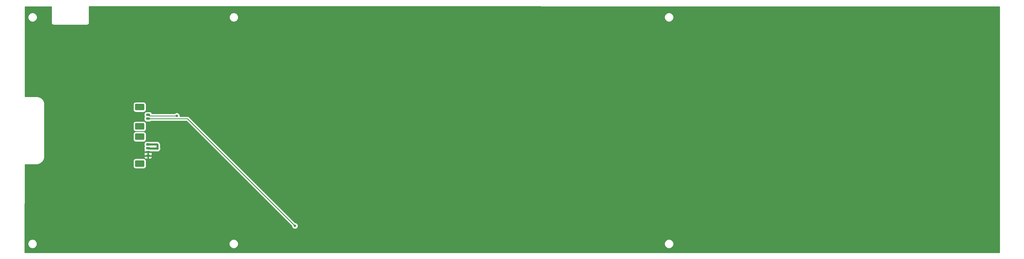
<source format=gbr>
G04 #@! TF.GenerationSoftware,KiCad,Pcbnew,(5.1.9)-1*
G04 #@! TF.CreationDate,2021-03-05T17:29:32-06:00*
G04 #@! TF.ProjectId,X-,582d2e6b-6963-4616-945f-706362585858,3*
G04 #@! TF.SameCoordinates,Original*
G04 #@! TF.FileFunction,Copper,L2,Bot*
G04 #@! TF.FilePolarity,Positive*
%FSLAX46Y46*%
G04 Gerber Fmt 4.6, Leading zero omitted, Abs format (unit mm)*
G04 Created by KiCad (PCBNEW (5.1.9)-1) date 2021-03-05 17:29:32*
%MOMM*%
%LPD*%
G01*
G04 APERTURE LIST*
G04 #@! TA.AperFunction,ViaPad*
%ADD10C,0.800000*%
G04 #@! TD*
G04 #@! TA.AperFunction,Conductor*
%ADD11C,0.250000*%
G04 #@! TD*
G04 #@! TA.AperFunction,Conductor*
%ADD12C,0.700000*%
G04 #@! TD*
G04 #@! TA.AperFunction,Conductor*
%ADD13C,0.254000*%
G04 #@! TD*
G04 #@! TA.AperFunction,Conductor*
%ADD14C,0.100000*%
G04 #@! TD*
G04 APERTURE END LIST*
G04 #@! TA.AperFunction,SMDPad,CuDef*
G36*
G01*
X92580000Y-135975000D02*
X90080000Y-135975000D01*
G75*
G02*
X89830000Y-135725000I0J250000D01*
G01*
X89830000Y-134125000D01*
G75*
G02*
X90080000Y-133875000I250000J0D01*
G01*
X92580000Y-133875000D01*
G75*
G02*
X92830000Y-134125000I0J-250000D01*
G01*
X92830000Y-135725000D01*
G75*
G02*
X92580000Y-135975000I-250000J0D01*
G01*
G37*
G04 #@! TD.AperFunction*
G04 #@! TA.AperFunction,SMDPad,CuDef*
G36*
G01*
X92580000Y-142325000D02*
X90080000Y-142325000D01*
G75*
G02*
X89830000Y-142075000I0J250000D01*
G01*
X89830000Y-140475000D01*
G75*
G02*
X90080000Y-140225000I250000J0D01*
G01*
X92580000Y-140225000D01*
G75*
G02*
X92830000Y-140475000I0J-250000D01*
G01*
X92830000Y-142075000D01*
G75*
G02*
X92580000Y-142325000I-250000J0D01*
G01*
G37*
G04 #@! TD.AperFunction*
G04 #@! TA.AperFunction,SMDPad,CuDef*
G36*
G01*
X94530000Y-137875000D02*
X93630000Y-137875000D01*
G75*
G02*
X93430000Y-137675000I0J200000D01*
G01*
X93430000Y-137275000D01*
G75*
G02*
X93630000Y-137075000I200000J0D01*
G01*
X94530000Y-137075000D01*
G75*
G02*
X94730000Y-137275000I0J-200000D01*
G01*
X94730000Y-137675000D01*
G75*
G02*
X94530000Y-137875000I-200000J0D01*
G01*
G37*
G04 #@! TD.AperFunction*
G04 #@! TA.AperFunction,SMDPad,CuDef*
G36*
G01*
X94530000Y-139125000D02*
X93630000Y-139125000D01*
G75*
G02*
X93430000Y-138925000I0J200000D01*
G01*
X93430000Y-138525000D01*
G75*
G02*
X93630000Y-138325000I200000J0D01*
G01*
X94530000Y-138325000D01*
G75*
G02*
X94730000Y-138525000I0J-200000D01*
G01*
X94730000Y-138925000D01*
G75*
G02*
X94530000Y-139125000I-200000J0D01*
G01*
G37*
G04 #@! TD.AperFunction*
G04 #@! TA.AperFunction,SMDPad,CuDef*
G36*
G01*
X92580000Y-145725000D02*
X90080000Y-145725000D01*
G75*
G02*
X89830000Y-145475000I0J250000D01*
G01*
X89830000Y-143875000D01*
G75*
G02*
X90080000Y-143625000I250000J0D01*
G01*
X92580000Y-143625000D01*
G75*
G02*
X92830000Y-143875000I0J-250000D01*
G01*
X92830000Y-145475000D01*
G75*
G02*
X92580000Y-145725000I-250000J0D01*
G01*
G37*
G04 #@! TD.AperFunction*
G04 #@! TA.AperFunction,SMDPad,CuDef*
G36*
G01*
X92580000Y-154575000D02*
X90080000Y-154575000D01*
G75*
G02*
X89830000Y-154325000I0J250000D01*
G01*
X89830000Y-152725000D01*
G75*
G02*
X90080000Y-152475000I250000J0D01*
G01*
X92580000Y-152475000D01*
G75*
G02*
X92830000Y-152725000I0J-250000D01*
G01*
X92830000Y-154325000D01*
G75*
G02*
X92580000Y-154575000I-250000J0D01*
G01*
G37*
G04 #@! TD.AperFunction*
G04 #@! TA.AperFunction,SMDPad,CuDef*
G36*
G01*
X94530000Y-147625000D02*
X93630000Y-147625000D01*
G75*
G02*
X93430000Y-147425000I0J200000D01*
G01*
X93430000Y-147025000D01*
G75*
G02*
X93630000Y-146825000I200000J0D01*
G01*
X94530000Y-146825000D01*
G75*
G02*
X94730000Y-147025000I0J-200000D01*
G01*
X94730000Y-147425000D01*
G75*
G02*
X94530000Y-147625000I-200000J0D01*
G01*
G37*
G04 #@! TD.AperFunction*
G04 #@! TA.AperFunction,SMDPad,CuDef*
G36*
G01*
X94530000Y-148875000D02*
X93630000Y-148875000D01*
G75*
G02*
X93430000Y-148675000I0J200000D01*
G01*
X93430000Y-148275000D01*
G75*
G02*
X93630000Y-148075000I200000J0D01*
G01*
X94530000Y-148075000D01*
G75*
G02*
X94730000Y-148275000I0J-200000D01*
G01*
X94730000Y-148675000D01*
G75*
G02*
X94530000Y-148875000I-200000J0D01*
G01*
G37*
G04 #@! TD.AperFunction*
G04 #@! TA.AperFunction,SMDPad,CuDef*
G36*
G01*
X94530000Y-150125000D02*
X93630000Y-150125000D01*
G75*
G02*
X93430000Y-149925000I0J200000D01*
G01*
X93430000Y-149525000D01*
G75*
G02*
X93630000Y-149325000I200000J0D01*
G01*
X94530000Y-149325000D01*
G75*
G02*
X94730000Y-149525000I0J-200000D01*
G01*
X94730000Y-149925000D01*
G75*
G02*
X94530000Y-150125000I-200000J0D01*
G01*
G37*
G04 #@! TD.AperFunction*
G04 #@! TA.AperFunction,SMDPad,CuDef*
G36*
G01*
X94530000Y-151375000D02*
X93630000Y-151375000D01*
G75*
G02*
X93430000Y-151175000I0J200000D01*
G01*
X93430000Y-150775000D01*
G75*
G02*
X93630000Y-150575000I200000J0D01*
G01*
X94530000Y-150575000D01*
G75*
G02*
X94730000Y-150775000I0J-200000D01*
G01*
X94730000Y-151175000D01*
G75*
G02*
X94530000Y-151375000I-200000J0D01*
G01*
G37*
G04 #@! TD.AperFunction*
D10*
X372110000Y-142240000D03*
X325755000Y-142240000D03*
X281305000Y-142240000D03*
X236855000Y-142240000D03*
X192405000Y-142240000D03*
X147955000Y-142240000D03*
X103505000Y-144780000D03*
X97155000Y-148590000D03*
X103505000Y-137795000D03*
X142240000Y-173990000D03*
D11*
X103505000Y-144780000D02*
X101600000Y-146685000D01*
X94195000Y-148590000D02*
X94080000Y-148475000D01*
D12*
X97155000Y-148590000D02*
X94195000Y-148590000D01*
X94080000Y-147225000D02*
X97060000Y-147225000D01*
X97155000Y-147320000D02*
X97155000Y-148590000D01*
D11*
X97060000Y-147225000D02*
X97155000Y-147320000D01*
X94400000Y-137795000D02*
X94080000Y-137475000D01*
X103505000Y-137795000D02*
X94400000Y-137795000D01*
X106975000Y-138725000D02*
X94080000Y-138725000D01*
X142240000Y-173990000D02*
X106975000Y-138725000D01*
D13*
X373253000Y-101897974D02*
X373253000Y-182753000D01*
X53664604Y-182753000D01*
X53676838Y-179767773D01*
X54689632Y-179767773D01*
X54689632Y-180062827D01*
X54747194Y-180352212D01*
X54860106Y-180624807D01*
X55024030Y-180870135D01*
X55232665Y-181078770D01*
X55477993Y-181242694D01*
X55750588Y-181355606D01*
X56039973Y-181413168D01*
X56335027Y-181413168D01*
X56624412Y-181355606D01*
X56897007Y-181242694D01*
X57142335Y-181078770D01*
X57350970Y-180870135D01*
X57514894Y-180624807D01*
X57627806Y-180352212D01*
X57685368Y-180062827D01*
X57685368Y-179780473D01*
X120653432Y-179780473D01*
X120653432Y-180075527D01*
X120710994Y-180364912D01*
X120823906Y-180637507D01*
X120987830Y-180882835D01*
X121196465Y-181091470D01*
X121441793Y-181255394D01*
X121714388Y-181368306D01*
X122003773Y-181425868D01*
X122298827Y-181425868D01*
X122588212Y-181368306D01*
X122860807Y-181255394D01*
X123106135Y-181091470D01*
X123314770Y-180882835D01*
X123478694Y-180637507D01*
X123591606Y-180364912D01*
X123649168Y-180075527D01*
X123649168Y-179780473D01*
X123649162Y-179780442D01*
X263413821Y-179780442D01*
X263413821Y-180075558D01*
X263471395Y-180365003D01*
X263584331Y-180637654D01*
X263748288Y-180883033D01*
X263956967Y-181091712D01*
X264202346Y-181255669D01*
X264474997Y-181368605D01*
X264764442Y-181426179D01*
X265059558Y-181426179D01*
X265349003Y-181368605D01*
X265621654Y-181255669D01*
X265867033Y-181091712D01*
X266075712Y-180883033D01*
X266239669Y-180637654D01*
X266352605Y-180365003D01*
X266410179Y-180075558D01*
X266410179Y-179780442D01*
X266352605Y-179490997D01*
X266239669Y-179218346D01*
X266075712Y-178972967D01*
X265867033Y-178764288D01*
X265621654Y-178600331D01*
X265349003Y-178487395D01*
X265059558Y-178429821D01*
X264764442Y-178429821D01*
X264474997Y-178487395D01*
X264202346Y-178600331D01*
X263956967Y-178764288D01*
X263748288Y-178972967D01*
X263584331Y-179218346D01*
X263471395Y-179490997D01*
X263413821Y-179780442D01*
X123649162Y-179780442D01*
X123591606Y-179491088D01*
X123478694Y-179218493D01*
X123314770Y-178973165D01*
X123106135Y-178764530D01*
X122860807Y-178600606D01*
X122588212Y-178487694D01*
X122298827Y-178430132D01*
X122003773Y-178430132D01*
X121714388Y-178487694D01*
X121441793Y-178600606D01*
X121196465Y-178764530D01*
X120987830Y-178973165D01*
X120823906Y-179218493D01*
X120710994Y-179491088D01*
X120653432Y-179780473D01*
X57685368Y-179780473D01*
X57685368Y-179767773D01*
X57627806Y-179478388D01*
X57514894Y-179205793D01*
X57350970Y-178960465D01*
X57142335Y-178751830D01*
X56897007Y-178587906D01*
X56624412Y-178474994D01*
X56335027Y-178417432D01*
X56039973Y-178417432D01*
X55750588Y-178474994D01*
X55477993Y-178587906D01*
X55232665Y-178751830D01*
X55024030Y-178960465D01*
X54860106Y-179205793D01*
X54747194Y-179478388D01*
X54689632Y-179767773D01*
X53676838Y-179767773D01*
X53783095Y-153841000D01*
X57428877Y-153841000D01*
X57459945Y-153837940D01*
X57472534Y-153838028D01*
X57482400Y-153837061D01*
X57876804Y-153795608D01*
X57939848Y-153782667D01*
X58003052Y-153770610D01*
X58012542Y-153767745D01*
X58391385Y-153650474D01*
X58450694Y-153625542D01*
X58510373Y-153601430D01*
X58519126Y-153596776D01*
X58867974Y-153408154D01*
X58921291Y-153372191D01*
X58975168Y-153336935D01*
X58982850Y-153330669D01*
X59288418Y-153077882D01*
X59333754Y-153032229D01*
X59379740Y-152987196D01*
X59386059Y-152979558D01*
X59593670Y-152725000D01*
X89191928Y-152725000D01*
X89191928Y-154325000D01*
X89208992Y-154498254D01*
X89259528Y-154664850D01*
X89341595Y-154818386D01*
X89452038Y-154952962D01*
X89586614Y-155063405D01*
X89740150Y-155145472D01*
X89906746Y-155196008D01*
X90080000Y-155213072D01*
X92580000Y-155213072D01*
X92753254Y-155196008D01*
X92919850Y-155145472D01*
X93073386Y-155063405D01*
X93207962Y-154952962D01*
X93318405Y-154818386D01*
X93400472Y-154664850D01*
X93451008Y-154498254D01*
X93468072Y-154325000D01*
X93468072Y-152725000D01*
X93451008Y-152551746D01*
X93400472Y-152385150D01*
X93318405Y-152231614D01*
X93207962Y-152097038D01*
X93073386Y-151986595D01*
X92919850Y-151904528D01*
X92753254Y-151853992D01*
X92580000Y-151836928D01*
X90080000Y-151836928D01*
X89906746Y-151853992D01*
X89740150Y-151904528D01*
X89586614Y-151986595D01*
X89452038Y-152097038D01*
X89341595Y-152231614D01*
X89259528Y-152385150D01*
X89208992Y-152551746D01*
X89191928Y-152725000D01*
X59593670Y-152725000D01*
X59636707Y-152672232D01*
X59672313Y-152618641D01*
X59708674Y-152565537D01*
X59713389Y-152556817D01*
X59899570Y-152206661D01*
X59924083Y-152147187D01*
X59949444Y-152088017D01*
X59952375Y-152078547D01*
X60066998Y-151698896D01*
X60079493Y-151635791D01*
X60092876Y-151572827D01*
X60093912Y-151562968D01*
X60112342Y-151375000D01*
X92791928Y-151375000D01*
X92804188Y-151499482D01*
X92840498Y-151619180D01*
X92899463Y-151729494D01*
X92978815Y-151826185D01*
X93075506Y-151905537D01*
X93185820Y-151964502D01*
X93305518Y-152000812D01*
X93430000Y-152013072D01*
X93794250Y-152010000D01*
X93953000Y-151851250D01*
X93953000Y-151102000D01*
X94207000Y-151102000D01*
X94207000Y-151851250D01*
X94365750Y-152010000D01*
X94730000Y-152013072D01*
X94854482Y-152000812D01*
X94974180Y-151964502D01*
X95084494Y-151905537D01*
X95181185Y-151826185D01*
X95260537Y-151729494D01*
X95319502Y-151619180D01*
X95355812Y-151499482D01*
X95368072Y-151375000D01*
X95365000Y-151260750D01*
X95206250Y-151102000D01*
X94207000Y-151102000D01*
X93953000Y-151102000D01*
X92953750Y-151102000D01*
X92795000Y-151260750D01*
X92791928Y-151375000D01*
X60112342Y-151375000D01*
X60132612Y-151168283D01*
X60132612Y-151168277D01*
X60136000Y-151133877D01*
X60136000Y-150125000D01*
X92791928Y-150125000D01*
X92804188Y-150249482D01*
X92834680Y-150350000D01*
X92804188Y-150450518D01*
X92791928Y-150575000D01*
X92795000Y-150689250D01*
X92953750Y-150848000D01*
X93953000Y-150848000D01*
X93953000Y-149852000D01*
X94207000Y-149852000D01*
X94207000Y-150848000D01*
X95206250Y-150848000D01*
X95365000Y-150689250D01*
X95368072Y-150575000D01*
X95355812Y-150450518D01*
X95325320Y-150350000D01*
X95355812Y-150249482D01*
X95368072Y-150125000D01*
X95365000Y-150010750D01*
X95206250Y-149852000D01*
X94207000Y-149852000D01*
X93953000Y-149852000D01*
X92953750Y-149852000D01*
X92795000Y-150010750D01*
X92791928Y-150125000D01*
X60136000Y-150125000D01*
X60136000Y-147025000D01*
X92791928Y-147025000D01*
X92791928Y-147425000D01*
X92808031Y-147588500D01*
X92855722Y-147745716D01*
X92911463Y-147850000D01*
X92855722Y-147954284D01*
X92808031Y-148111500D01*
X92791928Y-148275000D01*
X92791928Y-148675000D01*
X92808031Y-148838500D01*
X92855722Y-148995716D01*
X92870855Y-149024027D01*
X92840498Y-149080820D01*
X92804188Y-149200518D01*
X92791928Y-149325000D01*
X92795000Y-149439250D01*
X92953750Y-149598000D01*
X93953000Y-149598000D01*
X93953000Y-149578000D01*
X94207000Y-149578000D01*
X94207000Y-149598000D01*
X95206250Y-149598000D01*
X95229250Y-149575000D01*
X96828414Y-149575000D01*
X96853102Y-149585226D01*
X97053061Y-149625000D01*
X97256939Y-149625000D01*
X97456898Y-149585226D01*
X97645256Y-149507205D01*
X97814774Y-149393937D01*
X97958937Y-149249774D01*
X98072205Y-149080256D01*
X98150226Y-148891898D01*
X98190000Y-148691939D01*
X98190000Y-148488061D01*
X98150226Y-148288102D01*
X98140000Y-148263414D01*
X98140000Y-147271620D01*
X98125747Y-147126906D01*
X98069424Y-146941233D01*
X97977960Y-146770116D01*
X97854870Y-146620130D01*
X97802692Y-146577308D01*
X97759870Y-146525130D01*
X97609884Y-146402040D01*
X97438767Y-146310576D01*
X97253094Y-146254253D01*
X97108380Y-146240000D01*
X94815370Y-146240000D01*
X94693500Y-146203031D01*
X94530000Y-146186928D01*
X93630000Y-146186928D01*
X93466500Y-146203031D01*
X93309284Y-146250722D01*
X93164392Y-146328169D01*
X93037394Y-146432394D01*
X92933169Y-146559392D01*
X92855722Y-146704284D01*
X92808031Y-146861500D01*
X92791928Y-147025000D01*
X60136000Y-147025000D01*
X60136000Y-143875000D01*
X89191928Y-143875000D01*
X89191928Y-145475000D01*
X89208992Y-145648254D01*
X89259528Y-145814850D01*
X89341595Y-145968386D01*
X89452038Y-146102962D01*
X89586614Y-146213405D01*
X89740150Y-146295472D01*
X89906746Y-146346008D01*
X90080000Y-146363072D01*
X92580000Y-146363072D01*
X92753254Y-146346008D01*
X92919850Y-146295472D01*
X93073386Y-146213405D01*
X93207962Y-146102962D01*
X93318405Y-145968386D01*
X93400472Y-145814850D01*
X93451008Y-145648254D01*
X93468072Y-145475000D01*
X93468072Y-143875000D01*
X93451008Y-143701746D01*
X93400472Y-143535150D01*
X93318405Y-143381614D01*
X93207962Y-143247038D01*
X93073386Y-143136595D01*
X92919850Y-143054528D01*
X92753254Y-143003992D01*
X92580000Y-142986928D01*
X90080000Y-142986928D01*
X89906746Y-143003992D01*
X89740150Y-143054528D01*
X89586614Y-143136595D01*
X89452038Y-143247038D01*
X89341595Y-143381614D01*
X89259528Y-143535150D01*
X89208992Y-143701746D01*
X89191928Y-143875000D01*
X60136000Y-143875000D01*
X60136000Y-140475000D01*
X89191928Y-140475000D01*
X89191928Y-142075000D01*
X89208992Y-142248254D01*
X89259528Y-142414850D01*
X89341595Y-142568386D01*
X89452038Y-142702962D01*
X89586614Y-142813405D01*
X89740150Y-142895472D01*
X89906746Y-142946008D01*
X90080000Y-142963072D01*
X92580000Y-142963072D01*
X92753254Y-142946008D01*
X92919850Y-142895472D01*
X93073386Y-142813405D01*
X93207962Y-142702962D01*
X93318405Y-142568386D01*
X93400472Y-142414850D01*
X93451008Y-142248254D01*
X93468072Y-142075000D01*
X93468072Y-140475000D01*
X93451008Y-140301746D01*
X93400472Y-140135150D01*
X93318405Y-139981614D01*
X93207962Y-139847038D01*
X93073386Y-139736595D01*
X92919850Y-139654528D01*
X92753254Y-139603992D01*
X92580000Y-139586928D01*
X90080000Y-139586928D01*
X89906746Y-139603992D01*
X89740150Y-139654528D01*
X89586614Y-139736595D01*
X89452038Y-139847038D01*
X89341595Y-139981614D01*
X89259528Y-140135150D01*
X89208992Y-140301746D01*
X89191928Y-140475000D01*
X60136000Y-140475000D01*
X60136000Y-137275000D01*
X92791928Y-137275000D01*
X92791928Y-137675000D01*
X92808031Y-137838500D01*
X92855722Y-137995716D01*
X92911463Y-138100000D01*
X92855722Y-138204284D01*
X92808031Y-138361500D01*
X92791928Y-138525000D01*
X92791928Y-138925000D01*
X92808031Y-139088500D01*
X92855722Y-139245716D01*
X92933169Y-139390608D01*
X93037394Y-139517606D01*
X93164392Y-139621831D01*
X93309284Y-139699278D01*
X93466500Y-139746969D01*
X93630000Y-139763072D01*
X94530000Y-139763072D01*
X94693500Y-139746969D01*
X94850716Y-139699278D01*
X94995608Y-139621831D01*
X95122606Y-139517606D01*
X95149365Y-139485000D01*
X106660199Y-139485000D01*
X141205000Y-174029802D01*
X141205000Y-174091939D01*
X141244774Y-174291898D01*
X141322795Y-174480256D01*
X141436063Y-174649774D01*
X141580226Y-174793937D01*
X141749744Y-174907205D01*
X141938102Y-174985226D01*
X142138061Y-175025000D01*
X142341939Y-175025000D01*
X142541898Y-174985226D01*
X142730256Y-174907205D01*
X142899774Y-174793937D01*
X143043937Y-174649774D01*
X143157205Y-174480256D01*
X143235226Y-174291898D01*
X143275000Y-174091939D01*
X143275000Y-173888061D01*
X143235226Y-173688102D01*
X143157205Y-173499744D01*
X143043937Y-173330226D01*
X142899774Y-173186063D01*
X142730256Y-173072795D01*
X142541898Y-172994774D01*
X142341939Y-172955000D01*
X142279802Y-172955000D01*
X107538804Y-138214003D01*
X107515001Y-138184999D01*
X107399276Y-138090026D01*
X107267247Y-138019454D01*
X107123986Y-137975997D01*
X107012333Y-137965000D01*
X107012322Y-137965000D01*
X106975000Y-137961324D01*
X106937678Y-137965000D01*
X104526462Y-137965000D01*
X104540000Y-137896939D01*
X104540000Y-137693061D01*
X104500226Y-137493102D01*
X104422205Y-137304744D01*
X104308937Y-137135226D01*
X104164774Y-136991063D01*
X103995256Y-136877795D01*
X103806898Y-136799774D01*
X103606939Y-136760000D01*
X103403061Y-136760000D01*
X103203102Y-136799774D01*
X103014744Y-136877795D01*
X102845226Y-136991063D01*
X102801289Y-137035000D01*
X95328763Y-137035000D01*
X95304278Y-136954284D01*
X95226831Y-136809392D01*
X95122606Y-136682394D01*
X94995608Y-136578169D01*
X94850716Y-136500722D01*
X94693500Y-136453031D01*
X94530000Y-136436928D01*
X93630000Y-136436928D01*
X93466500Y-136453031D01*
X93309284Y-136500722D01*
X93164392Y-136578169D01*
X93037394Y-136682394D01*
X92933169Y-136809392D01*
X92855722Y-136954284D01*
X92808031Y-137111500D01*
X92791928Y-137275000D01*
X60136000Y-137275000D01*
X60136000Y-134125000D01*
X89191928Y-134125000D01*
X89191928Y-135725000D01*
X89208992Y-135898254D01*
X89259528Y-136064850D01*
X89341595Y-136218386D01*
X89452038Y-136352962D01*
X89586614Y-136463405D01*
X89740150Y-136545472D01*
X89906746Y-136596008D01*
X90080000Y-136613072D01*
X92580000Y-136613072D01*
X92753254Y-136596008D01*
X92919850Y-136545472D01*
X93073386Y-136463405D01*
X93207962Y-136352962D01*
X93318405Y-136218386D01*
X93400472Y-136064850D01*
X93451008Y-135898254D01*
X93468072Y-135725000D01*
X93468072Y-134125000D01*
X93451008Y-133951746D01*
X93400472Y-133785150D01*
X93318405Y-133631614D01*
X93207962Y-133497038D01*
X93073386Y-133386595D01*
X92919850Y-133304528D01*
X92753254Y-133253992D01*
X92580000Y-133236928D01*
X90080000Y-133236928D01*
X89906746Y-133253992D01*
X89740150Y-133304528D01*
X89586614Y-133386595D01*
X89452038Y-133497038D01*
X89341595Y-133631614D01*
X89259528Y-133785150D01*
X89208992Y-133951746D01*
X89191928Y-134125000D01*
X60136000Y-134125000D01*
X60136000Y-134046123D01*
X60132950Y-134015151D01*
X60133032Y-134003351D01*
X60132065Y-133993486D01*
X60093201Y-133623731D01*
X60080273Y-133560750D01*
X60068204Y-133497483D01*
X60065338Y-133487993D01*
X59955396Y-133132830D01*
X59930477Y-133073551D01*
X59906354Y-133013843D01*
X59901700Y-133005090D01*
X59724868Y-132678046D01*
X59688887Y-132624703D01*
X59653646Y-132570848D01*
X59647381Y-132563166D01*
X59410392Y-132276697D01*
X59364740Y-132231362D01*
X59319708Y-132185377D01*
X59312070Y-132179058D01*
X59023952Y-131944075D01*
X58970377Y-131908479D01*
X58917256Y-131872107D01*
X58908535Y-131867392D01*
X58580263Y-131692847D01*
X58520774Y-131668327D01*
X58461622Y-131642975D01*
X58452152Y-131640043D01*
X58096229Y-131532583D01*
X58033132Y-131520090D01*
X57970158Y-131506704D01*
X57960299Y-131505668D01*
X57590283Y-131469388D01*
X57590277Y-131469388D01*
X57555877Y-131466000D01*
X53786000Y-131466000D01*
X53786000Y-105256873D01*
X54702332Y-105256873D01*
X54702332Y-105551927D01*
X54759894Y-105841312D01*
X54872806Y-106113907D01*
X55036730Y-106359235D01*
X55245365Y-106567870D01*
X55490693Y-106731794D01*
X55763288Y-106844706D01*
X56052673Y-106902268D01*
X56347727Y-106902268D01*
X56637112Y-106844706D01*
X56909707Y-106731794D01*
X57155035Y-106567870D01*
X57363670Y-106359235D01*
X57527594Y-106113907D01*
X57640506Y-105841312D01*
X57698068Y-105551927D01*
X57698068Y-105256873D01*
X57640506Y-104967488D01*
X57527594Y-104694893D01*
X57363670Y-104449565D01*
X57155035Y-104240930D01*
X56909707Y-104077006D01*
X56637112Y-103964094D01*
X56347727Y-103906532D01*
X56052673Y-103906532D01*
X55763288Y-103964094D01*
X55490693Y-104077006D01*
X55245365Y-104240930D01*
X55036730Y-104449565D01*
X54872806Y-104694893D01*
X54759894Y-104967488D01*
X54702332Y-105256873D01*
X53786000Y-105256873D01*
X53786000Y-101898142D01*
X62368819Y-101899857D01*
X62360058Y-107164533D01*
X62356565Y-107200000D01*
X62363379Y-107269188D01*
X62370043Y-107338019D01*
X62370214Y-107338587D01*
X62370273Y-107339184D01*
X62390520Y-107405928D01*
X62410419Y-107471922D01*
X62410698Y-107472446D01*
X62410872Y-107473020D01*
X62443777Y-107534581D01*
X62476142Y-107595375D01*
X62476517Y-107595833D01*
X62476800Y-107596363D01*
X62521153Y-107650408D01*
X62564687Y-107703634D01*
X62565143Y-107704009D01*
X62565525Y-107704475D01*
X62619580Y-107748836D01*
X62672651Y-107792539D01*
X62673173Y-107792819D01*
X62673637Y-107793200D01*
X62735237Y-107826126D01*
X62795884Y-107858672D01*
X62796450Y-107858845D01*
X62796980Y-107859128D01*
X62863710Y-107879370D01*
X62929652Y-107899494D01*
X62930243Y-107899553D01*
X62930816Y-107899727D01*
X62999953Y-107906536D01*
X63068813Y-107913434D01*
X63104283Y-107910000D01*
X74045123Y-107910000D01*
X74080000Y-107913435D01*
X74114877Y-107910000D01*
X74219184Y-107899727D01*
X74353020Y-107859128D01*
X74476363Y-107793200D01*
X74584475Y-107704475D01*
X74673200Y-107596363D01*
X74739128Y-107473020D01*
X74779727Y-107339184D01*
X74793435Y-107200000D01*
X74790000Y-107165123D01*
X74790000Y-105269603D01*
X120691842Y-105269603D01*
X120691842Y-105564597D01*
X120749392Y-105853922D01*
X120862281Y-106126460D01*
X121026171Y-106371738D01*
X121234762Y-106580329D01*
X121480040Y-106744219D01*
X121752578Y-106857108D01*
X122041903Y-106914658D01*
X122336897Y-106914658D01*
X122626222Y-106857108D01*
X122898760Y-106744219D01*
X123144038Y-106580329D01*
X123352629Y-106371738D01*
X123516519Y-106126460D01*
X123629408Y-105853922D01*
X123686958Y-105564597D01*
X123686958Y-105269603D01*
X123684426Y-105256873D01*
X263426832Y-105256873D01*
X263426832Y-105551927D01*
X263484394Y-105841312D01*
X263597306Y-106113907D01*
X263761230Y-106359235D01*
X263969865Y-106567870D01*
X264215193Y-106731794D01*
X264487788Y-106844706D01*
X264777173Y-106902268D01*
X265072227Y-106902268D01*
X265361612Y-106844706D01*
X265634207Y-106731794D01*
X265879535Y-106567870D01*
X266088170Y-106359235D01*
X266252094Y-106113907D01*
X266365006Y-105841312D01*
X266422568Y-105551927D01*
X266422568Y-105256873D01*
X266365006Y-104967488D01*
X266252094Y-104694893D01*
X266088170Y-104449565D01*
X265879535Y-104240930D01*
X265634207Y-104077006D01*
X265361612Y-103964094D01*
X265072227Y-103906532D01*
X264777173Y-103906532D01*
X264487788Y-103964094D01*
X264215193Y-104077006D01*
X263969865Y-104240930D01*
X263761230Y-104449565D01*
X263597306Y-104694893D01*
X263484394Y-104967488D01*
X263426832Y-105256873D01*
X123684426Y-105256873D01*
X123629408Y-104980278D01*
X123516519Y-104707740D01*
X123352629Y-104462462D01*
X123144038Y-104253871D01*
X122898760Y-104089981D01*
X122626222Y-103977092D01*
X122336897Y-103919542D01*
X122041903Y-103919542D01*
X121752578Y-103977092D01*
X121480040Y-104089981D01*
X121234762Y-104253871D01*
X121026171Y-104462462D01*
X120862281Y-104707740D01*
X120749392Y-104980278D01*
X120691842Y-105269603D01*
X74790000Y-105269603D01*
X74790000Y-101890019D01*
X373253000Y-101897974D01*
G04 #@! TA.AperFunction,Conductor*
D14*
G36*
X373253000Y-101897974D02*
G01*
X373253000Y-182753000D01*
X53664604Y-182753000D01*
X53676838Y-179767773D01*
X54689632Y-179767773D01*
X54689632Y-180062827D01*
X54747194Y-180352212D01*
X54860106Y-180624807D01*
X55024030Y-180870135D01*
X55232665Y-181078770D01*
X55477993Y-181242694D01*
X55750588Y-181355606D01*
X56039973Y-181413168D01*
X56335027Y-181413168D01*
X56624412Y-181355606D01*
X56897007Y-181242694D01*
X57142335Y-181078770D01*
X57350970Y-180870135D01*
X57514894Y-180624807D01*
X57627806Y-180352212D01*
X57685368Y-180062827D01*
X57685368Y-179780473D01*
X120653432Y-179780473D01*
X120653432Y-180075527D01*
X120710994Y-180364912D01*
X120823906Y-180637507D01*
X120987830Y-180882835D01*
X121196465Y-181091470D01*
X121441793Y-181255394D01*
X121714388Y-181368306D01*
X122003773Y-181425868D01*
X122298827Y-181425868D01*
X122588212Y-181368306D01*
X122860807Y-181255394D01*
X123106135Y-181091470D01*
X123314770Y-180882835D01*
X123478694Y-180637507D01*
X123591606Y-180364912D01*
X123649168Y-180075527D01*
X123649168Y-179780473D01*
X123649162Y-179780442D01*
X263413821Y-179780442D01*
X263413821Y-180075558D01*
X263471395Y-180365003D01*
X263584331Y-180637654D01*
X263748288Y-180883033D01*
X263956967Y-181091712D01*
X264202346Y-181255669D01*
X264474997Y-181368605D01*
X264764442Y-181426179D01*
X265059558Y-181426179D01*
X265349003Y-181368605D01*
X265621654Y-181255669D01*
X265867033Y-181091712D01*
X266075712Y-180883033D01*
X266239669Y-180637654D01*
X266352605Y-180365003D01*
X266410179Y-180075558D01*
X266410179Y-179780442D01*
X266352605Y-179490997D01*
X266239669Y-179218346D01*
X266075712Y-178972967D01*
X265867033Y-178764288D01*
X265621654Y-178600331D01*
X265349003Y-178487395D01*
X265059558Y-178429821D01*
X264764442Y-178429821D01*
X264474997Y-178487395D01*
X264202346Y-178600331D01*
X263956967Y-178764288D01*
X263748288Y-178972967D01*
X263584331Y-179218346D01*
X263471395Y-179490997D01*
X263413821Y-179780442D01*
X123649162Y-179780442D01*
X123591606Y-179491088D01*
X123478694Y-179218493D01*
X123314770Y-178973165D01*
X123106135Y-178764530D01*
X122860807Y-178600606D01*
X122588212Y-178487694D01*
X122298827Y-178430132D01*
X122003773Y-178430132D01*
X121714388Y-178487694D01*
X121441793Y-178600606D01*
X121196465Y-178764530D01*
X120987830Y-178973165D01*
X120823906Y-179218493D01*
X120710994Y-179491088D01*
X120653432Y-179780473D01*
X57685368Y-179780473D01*
X57685368Y-179767773D01*
X57627806Y-179478388D01*
X57514894Y-179205793D01*
X57350970Y-178960465D01*
X57142335Y-178751830D01*
X56897007Y-178587906D01*
X56624412Y-178474994D01*
X56335027Y-178417432D01*
X56039973Y-178417432D01*
X55750588Y-178474994D01*
X55477993Y-178587906D01*
X55232665Y-178751830D01*
X55024030Y-178960465D01*
X54860106Y-179205793D01*
X54747194Y-179478388D01*
X54689632Y-179767773D01*
X53676838Y-179767773D01*
X53783095Y-153841000D01*
X57428877Y-153841000D01*
X57459945Y-153837940D01*
X57472534Y-153838028D01*
X57482400Y-153837061D01*
X57876804Y-153795608D01*
X57939848Y-153782667D01*
X58003052Y-153770610D01*
X58012542Y-153767745D01*
X58391385Y-153650474D01*
X58450694Y-153625542D01*
X58510373Y-153601430D01*
X58519126Y-153596776D01*
X58867974Y-153408154D01*
X58921291Y-153372191D01*
X58975168Y-153336935D01*
X58982850Y-153330669D01*
X59288418Y-153077882D01*
X59333754Y-153032229D01*
X59379740Y-152987196D01*
X59386059Y-152979558D01*
X59593670Y-152725000D01*
X89191928Y-152725000D01*
X89191928Y-154325000D01*
X89208992Y-154498254D01*
X89259528Y-154664850D01*
X89341595Y-154818386D01*
X89452038Y-154952962D01*
X89586614Y-155063405D01*
X89740150Y-155145472D01*
X89906746Y-155196008D01*
X90080000Y-155213072D01*
X92580000Y-155213072D01*
X92753254Y-155196008D01*
X92919850Y-155145472D01*
X93073386Y-155063405D01*
X93207962Y-154952962D01*
X93318405Y-154818386D01*
X93400472Y-154664850D01*
X93451008Y-154498254D01*
X93468072Y-154325000D01*
X93468072Y-152725000D01*
X93451008Y-152551746D01*
X93400472Y-152385150D01*
X93318405Y-152231614D01*
X93207962Y-152097038D01*
X93073386Y-151986595D01*
X92919850Y-151904528D01*
X92753254Y-151853992D01*
X92580000Y-151836928D01*
X90080000Y-151836928D01*
X89906746Y-151853992D01*
X89740150Y-151904528D01*
X89586614Y-151986595D01*
X89452038Y-152097038D01*
X89341595Y-152231614D01*
X89259528Y-152385150D01*
X89208992Y-152551746D01*
X89191928Y-152725000D01*
X59593670Y-152725000D01*
X59636707Y-152672232D01*
X59672313Y-152618641D01*
X59708674Y-152565537D01*
X59713389Y-152556817D01*
X59899570Y-152206661D01*
X59924083Y-152147187D01*
X59949444Y-152088017D01*
X59952375Y-152078547D01*
X60066998Y-151698896D01*
X60079493Y-151635791D01*
X60092876Y-151572827D01*
X60093912Y-151562968D01*
X60112342Y-151375000D01*
X92791928Y-151375000D01*
X92804188Y-151499482D01*
X92840498Y-151619180D01*
X92899463Y-151729494D01*
X92978815Y-151826185D01*
X93075506Y-151905537D01*
X93185820Y-151964502D01*
X93305518Y-152000812D01*
X93430000Y-152013072D01*
X93794250Y-152010000D01*
X93953000Y-151851250D01*
X93953000Y-151102000D01*
X94207000Y-151102000D01*
X94207000Y-151851250D01*
X94365750Y-152010000D01*
X94730000Y-152013072D01*
X94854482Y-152000812D01*
X94974180Y-151964502D01*
X95084494Y-151905537D01*
X95181185Y-151826185D01*
X95260537Y-151729494D01*
X95319502Y-151619180D01*
X95355812Y-151499482D01*
X95368072Y-151375000D01*
X95365000Y-151260750D01*
X95206250Y-151102000D01*
X94207000Y-151102000D01*
X93953000Y-151102000D01*
X92953750Y-151102000D01*
X92795000Y-151260750D01*
X92791928Y-151375000D01*
X60112342Y-151375000D01*
X60132612Y-151168283D01*
X60132612Y-151168277D01*
X60136000Y-151133877D01*
X60136000Y-150125000D01*
X92791928Y-150125000D01*
X92804188Y-150249482D01*
X92834680Y-150350000D01*
X92804188Y-150450518D01*
X92791928Y-150575000D01*
X92795000Y-150689250D01*
X92953750Y-150848000D01*
X93953000Y-150848000D01*
X93953000Y-149852000D01*
X94207000Y-149852000D01*
X94207000Y-150848000D01*
X95206250Y-150848000D01*
X95365000Y-150689250D01*
X95368072Y-150575000D01*
X95355812Y-150450518D01*
X95325320Y-150350000D01*
X95355812Y-150249482D01*
X95368072Y-150125000D01*
X95365000Y-150010750D01*
X95206250Y-149852000D01*
X94207000Y-149852000D01*
X93953000Y-149852000D01*
X92953750Y-149852000D01*
X92795000Y-150010750D01*
X92791928Y-150125000D01*
X60136000Y-150125000D01*
X60136000Y-147025000D01*
X92791928Y-147025000D01*
X92791928Y-147425000D01*
X92808031Y-147588500D01*
X92855722Y-147745716D01*
X92911463Y-147850000D01*
X92855722Y-147954284D01*
X92808031Y-148111500D01*
X92791928Y-148275000D01*
X92791928Y-148675000D01*
X92808031Y-148838500D01*
X92855722Y-148995716D01*
X92870855Y-149024027D01*
X92840498Y-149080820D01*
X92804188Y-149200518D01*
X92791928Y-149325000D01*
X92795000Y-149439250D01*
X92953750Y-149598000D01*
X93953000Y-149598000D01*
X93953000Y-149578000D01*
X94207000Y-149578000D01*
X94207000Y-149598000D01*
X95206250Y-149598000D01*
X95229250Y-149575000D01*
X96828414Y-149575000D01*
X96853102Y-149585226D01*
X97053061Y-149625000D01*
X97256939Y-149625000D01*
X97456898Y-149585226D01*
X97645256Y-149507205D01*
X97814774Y-149393937D01*
X97958937Y-149249774D01*
X98072205Y-149080256D01*
X98150226Y-148891898D01*
X98190000Y-148691939D01*
X98190000Y-148488061D01*
X98150226Y-148288102D01*
X98140000Y-148263414D01*
X98140000Y-147271620D01*
X98125747Y-147126906D01*
X98069424Y-146941233D01*
X97977960Y-146770116D01*
X97854870Y-146620130D01*
X97802692Y-146577308D01*
X97759870Y-146525130D01*
X97609884Y-146402040D01*
X97438767Y-146310576D01*
X97253094Y-146254253D01*
X97108380Y-146240000D01*
X94815370Y-146240000D01*
X94693500Y-146203031D01*
X94530000Y-146186928D01*
X93630000Y-146186928D01*
X93466500Y-146203031D01*
X93309284Y-146250722D01*
X93164392Y-146328169D01*
X93037394Y-146432394D01*
X92933169Y-146559392D01*
X92855722Y-146704284D01*
X92808031Y-146861500D01*
X92791928Y-147025000D01*
X60136000Y-147025000D01*
X60136000Y-143875000D01*
X89191928Y-143875000D01*
X89191928Y-145475000D01*
X89208992Y-145648254D01*
X89259528Y-145814850D01*
X89341595Y-145968386D01*
X89452038Y-146102962D01*
X89586614Y-146213405D01*
X89740150Y-146295472D01*
X89906746Y-146346008D01*
X90080000Y-146363072D01*
X92580000Y-146363072D01*
X92753254Y-146346008D01*
X92919850Y-146295472D01*
X93073386Y-146213405D01*
X93207962Y-146102962D01*
X93318405Y-145968386D01*
X93400472Y-145814850D01*
X93451008Y-145648254D01*
X93468072Y-145475000D01*
X93468072Y-143875000D01*
X93451008Y-143701746D01*
X93400472Y-143535150D01*
X93318405Y-143381614D01*
X93207962Y-143247038D01*
X93073386Y-143136595D01*
X92919850Y-143054528D01*
X92753254Y-143003992D01*
X92580000Y-142986928D01*
X90080000Y-142986928D01*
X89906746Y-143003992D01*
X89740150Y-143054528D01*
X89586614Y-143136595D01*
X89452038Y-143247038D01*
X89341595Y-143381614D01*
X89259528Y-143535150D01*
X89208992Y-143701746D01*
X89191928Y-143875000D01*
X60136000Y-143875000D01*
X60136000Y-140475000D01*
X89191928Y-140475000D01*
X89191928Y-142075000D01*
X89208992Y-142248254D01*
X89259528Y-142414850D01*
X89341595Y-142568386D01*
X89452038Y-142702962D01*
X89586614Y-142813405D01*
X89740150Y-142895472D01*
X89906746Y-142946008D01*
X90080000Y-142963072D01*
X92580000Y-142963072D01*
X92753254Y-142946008D01*
X92919850Y-142895472D01*
X93073386Y-142813405D01*
X93207962Y-142702962D01*
X93318405Y-142568386D01*
X93400472Y-142414850D01*
X93451008Y-142248254D01*
X93468072Y-142075000D01*
X93468072Y-140475000D01*
X93451008Y-140301746D01*
X93400472Y-140135150D01*
X93318405Y-139981614D01*
X93207962Y-139847038D01*
X93073386Y-139736595D01*
X92919850Y-139654528D01*
X92753254Y-139603992D01*
X92580000Y-139586928D01*
X90080000Y-139586928D01*
X89906746Y-139603992D01*
X89740150Y-139654528D01*
X89586614Y-139736595D01*
X89452038Y-139847038D01*
X89341595Y-139981614D01*
X89259528Y-140135150D01*
X89208992Y-140301746D01*
X89191928Y-140475000D01*
X60136000Y-140475000D01*
X60136000Y-137275000D01*
X92791928Y-137275000D01*
X92791928Y-137675000D01*
X92808031Y-137838500D01*
X92855722Y-137995716D01*
X92911463Y-138100000D01*
X92855722Y-138204284D01*
X92808031Y-138361500D01*
X92791928Y-138525000D01*
X92791928Y-138925000D01*
X92808031Y-139088500D01*
X92855722Y-139245716D01*
X92933169Y-139390608D01*
X93037394Y-139517606D01*
X93164392Y-139621831D01*
X93309284Y-139699278D01*
X93466500Y-139746969D01*
X93630000Y-139763072D01*
X94530000Y-139763072D01*
X94693500Y-139746969D01*
X94850716Y-139699278D01*
X94995608Y-139621831D01*
X95122606Y-139517606D01*
X95149365Y-139485000D01*
X106660199Y-139485000D01*
X141205000Y-174029802D01*
X141205000Y-174091939D01*
X141244774Y-174291898D01*
X141322795Y-174480256D01*
X141436063Y-174649774D01*
X141580226Y-174793937D01*
X141749744Y-174907205D01*
X141938102Y-174985226D01*
X142138061Y-175025000D01*
X142341939Y-175025000D01*
X142541898Y-174985226D01*
X142730256Y-174907205D01*
X142899774Y-174793937D01*
X143043937Y-174649774D01*
X143157205Y-174480256D01*
X143235226Y-174291898D01*
X143275000Y-174091939D01*
X143275000Y-173888061D01*
X143235226Y-173688102D01*
X143157205Y-173499744D01*
X143043937Y-173330226D01*
X142899774Y-173186063D01*
X142730256Y-173072795D01*
X142541898Y-172994774D01*
X142341939Y-172955000D01*
X142279802Y-172955000D01*
X107538804Y-138214003D01*
X107515001Y-138184999D01*
X107399276Y-138090026D01*
X107267247Y-138019454D01*
X107123986Y-137975997D01*
X107012333Y-137965000D01*
X107012322Y-137965000D01*
X106975000Y-137961324D01*
X106937678Y-137965000D01*
X104526462Y-137965000D01*
X104540000Y-137896939D01*
X104540000Y-137693061D01*
X104500226Y-137493102D01*
X104422205Y-137304744D01*
X104308937Y-137135226D01*
X104164774Y-136991063D01*
X103995256Y-136877795D01*
X103806898Y-136799774D01*
X103606939Y-136760000D01*
X103403061Y-136760000D01*
X103203102Y-136799774D01*
X103014744Y-136877795D01*
X102845226Y-136991063D01*
X102801289Y-137035000D01*
X95328763Y-137035000D01*
X95304278Y-136954284D01*
X95226831Y-136809392D01*
X95122606Y-136682394D01*
X94995608Y-136578169D01*
X94850716Y-136500722D01*
X94693500Y-136453031D01*
X94530000Y-136436928D01*
X93630000Y-136436928D01*
X93466500Y-136453031D01*
X93309284Y-136500722D01*
X93164392Y-136578169D01*
X93037394Y-136682394D01*
X92933169Y-136809392D01*
X92855722Y-136954284D01*
X92808031Y-137111500D01*
X92791928Y-137275000D01*
X60136000Y-137275000D01*
X60136000Y-134125000D01*
X89191928Y-134125000D01*
X89191928Y-135725000D01*
X89208992Y-135898254D01*
X89259528Y-136064850D01*
X89341595Y-136218386D01*
X89452038Y-136352962D01*
X89586614Y-136463405D01*
X89740150Y-136545472D01*
X89906746Y-136596008D01*
X90080000Y-136613072D01*
X92580000Y-136613072D01*
X92753254Y-136596008D01*
X92919850Y-136545472D01*
X93073386Y-136463405D01*
X93207962Y-136352962D01*
X93318405Y-136218386D01*
X93400472Y-136064850D01*
X93451008Y-135898254D01*
X93468072Y-135725000D01*
X93468072Y-134125000D01*
X93451008Y-133951746D01*
X93400472Y-133785150D01*
X93318405Y-133631614D01*
X93207962Y-133497038D01*
X93073386Y-133386595D01*
X92919850Y-133304528D01*
X92753254Y-133253992D01*
X92580000Y-133236928D01*
X90080000Y-133236928D01*
X89906746Y-133253992D01*
X89740150Y-133304528D01*
X89586614Y-133386595D01*
X89452038Y-133497038D01*
X89341595Y-133631614D01*
X89259528Y-133785150D01*
X89208992Y-133951746D01*
X89191928Y-134125000D01*
X60136000Y-134125000D01*
X60136000Y-134046123D01*
X60132950Y-134015151D01*
X60133032Y-134003351D01*
X60132065Y-133993486D01*
X60093201Y-133623731D01*
X60080273Y-133560750D01*
X60068204Y-133497483D01*
X60065338Y-133487993D01*
X59955396Y-133132830D01*
X59930477Y-133073551D01*
X59906354Y-133013843D01*
X59901700Y-133005090D01*
X59724868Y-132678046D01*
X59688887Y-132624703D01*
X59653646Y-132570848D01*
X59647381Y-132563166D01*
X59410392Y-132276697D01*
X59364740Y-132231362D01*
X59319708Y-132185377D01*
X59312070Y-132179058D01*
X59023952Y-131944075D01*
X58970377Y-131908479D01*
X58917256Y-131872107D01*
X58908535Y-131867392D01*
X58580263Y-131692847D01*
X58520774Y-131668327D01*
X58461622Y-131642975D01*
X58452152Y-131640043D01*
X58096229Y-131532583D01*
X58033132Y-131520090D01*
X57970158Y-131506704D01*
X57960299Y-131505668D01*
X57590283Y-131469388D01*
X57590277Y-131469388D01*
X57555877Y-131466000D01*
X53786000Y-131466000D01*
X53786000Y-105256873D01*
X54702332Y-105256873D01*
X54702332Y-105551927D01*
X54759894Y-105841312D01*
X54872806Y-106113907D01*
X55036730Y-106359235D01*
X55245365Y-106567870D01*
X55490693Y-106731794D01*
X55763288Y-106844706D01*
X56052673Y-106902268D01*
X56347727Y-106902268D01*
X56637112Y-106844706D01*
X56909707Y-106731794D01*
X57155035Y-106567870D01*
X57363670Y-106359235D01*
X57527594Y-106113907D01*
X57640506Y-105841312D01*
X57698068Y-105551927D01*
X57698068Y-105256873D01*
X57640506Y-104967488D01*
X57527594Y-104694893D01*
X57363670Y-104449565D01*
X57155035Y-104240930D01*
X56909707Y-104077006D01*
X56637112Y-103964094D01*
X56347727Y-103906532D01*
X56052673Y-103906532D01*
X55763288Y-103964094D01*
X55490693Y-104077006D01*
X55245365Y-104240930D01*
X55036730Y-104449565D01*
X54872806Y-104694893D01*
X54759894Y-104967488D01*
X54702332Y-105256873D01*
X53786000Y-105256873D01*
X53786000Y-101898142D01*
X62368819Y-101899857D01*
X62360058Y-107164533D01*
X62356565Y-107200000D01*
X62363379Y-107269188D01*
X62370043Y-107338019D01*
X62370214Y-107338587D01*
X62370273Y-107339184D01*
X62390520Y-107405928D01*
X62410419Y-107471922D01*
X62410698Y-107472446D01*
X62410872Y-107473020D01*
X62443777Y-107534581D01*
X62476142Y-107595375D01*
X62476517Y-107595833D01*
X62476800Y-107596363D01*
X62521153Y-107650408D01*
X62564687Y-107703634D01*
X62565143Y-107704009D01*
X62565525Y-107704475D01*
X62619580Y-107748836D01*
X62672651Y-107792539D01*
X62673173Y-107792819D01*
X62673637Y-107793200D01*
X62735237Y-107826126D01*
X62795884Y-107858672D01*
X62796450Y-107858845D01*
X62796980Y-107859128D01*
X62863710Y-107879370D01*
X62929652Y-107899494D01*
X62930243Y-107899553D01*
X62930816Y-107899727D01*
X62999953Y-107906536D01*
X63068813Y-107913434D01*
X63104283Y-107910000D01*
X74045123Y-107910000D01*
X74080000Y-107913435D01*
X74114877Y-107910000D01*
X74219184Y-107899727D01*
X74353020Y-107859128D01*
X74476363Y-107793200D01*
X74584475Y-107704475D01*
X74673200Y-107596363D01*
X74739128Y-107473020D01*
X74779727Y-107339184D01*
X74793435Y-107200000D01*
X74790000Y-107165123D01*
X74790000Y-105269603D01*
X120691842Y-105269603D01*
X120691842Y-105564597D01*
X120749392Y-105853922D01*
X120862281Y-106126460D01*
X121026171Y-106371738D01*
X121234762Y-106580329D01*
X121480040Y-106744219D01*
X121752578Y-106857108D01*
X122041903Y-106914658D01*
X122336897Y-106914658D01*
X122626222Y-106857108D01*
X122898760Y-106744219D01*
X123144038Y-106580329D01*
X123352629Y-106371738D01*
X123516519Y-106126460D01*
X123629408Y-105853922D01*
X123686958Y-105564597D01*
X123686958Y-105269603D01*
X123684426Y-105256873D01*
X263426832Y-105256873D01*
X263426832Y-105551927D01*
X263484394Y-105841312D01*
X263597306Y-106113907D01*
X263761230Y-106359235D01*
X263969865Y-106567870D01*
X264215193Y-106731794D01*
X264487788Y-106844706D01*
X264777173Y-106902268D01*
X265072227Y-106902268D01*
X265361612Y-106844706D01*
X265634207Y-106731794D01*
X265879535Y-106567870D01*
X266088170Y-106359235D01*
X266252094Y-106113907D01*
X266365006Y-105841312D01*
X266422568Y-105551927D01*
X266422568Y-105256873D01*
X266365006Y-104967488D01*
X266252094Y-104694893D01*
X266088170Y-104449565D01*
X265879535Y-104240930D01*
X265634207Y-104077006D01*
X265361612Y-103964094D01*
X265072227Y-103906532D01*
X264777173Y-103906532D01*
X264487788Y-103964094D01*
X264215193Y-104077006D01*
X263969865Y-104240930D01*
X263761230Y-104449565D01*
X263597306Y-104694893D01*
X263484394Y-104967488D01*
X263426832Y-105256873D01*
X123684426Y-105256873D01*
X123629408Y-104980278D01*
X123516519Y-104707740D01*
X123352629Y-104462462D01*
X123144038Y-104253871D01*
X122898760Y-104089981D01*
X122626222Y-103977092D01*
X122336897Y-103919542D01*
X122041903Y-103919542D01*
X121752578Y-103977092D01*
X121480040Y-104089981D01*
X121234762Y-104253871D01*
X121026171Y-104462462D01*
X120862281Y-104707740D01*
X120749392Y-104980278D01*
X120691842Y-105269603D01*
X74790000Y-105269603D01*
X74790000Y-101890019D01*
X373253000Y-101897974D01*
G37*
G04 #@! TD.AperFunction*
M02*

</source>
